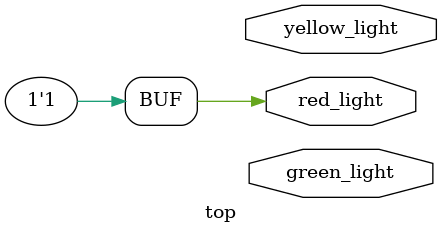
<source format=v>
module top(
  output wire green_light,
  output wire yellow_light,
  output wire red_light
);
  assign red_light = 1'b1;       // tie the pin high
endmodule
</source>
